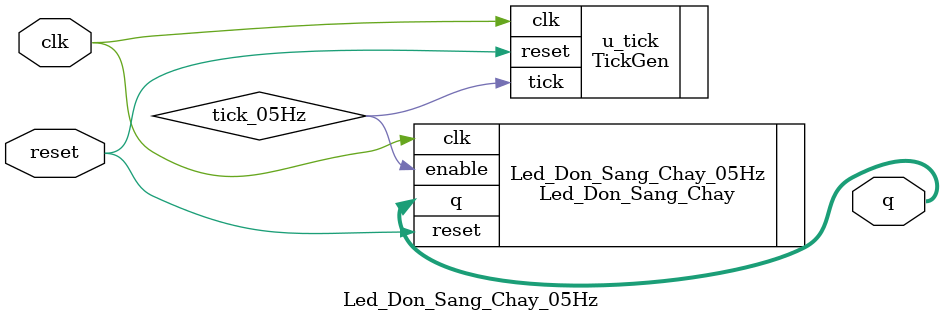
<source format=v>
`timescale 1ns / 1ps
module Led_Don_Sang_Chay_05Hz(
    input wire clk,
    input wire reset,
    output wire [7:0] q
);

	wire tick_05Hz;
	
	TickGen #(25_000_000) u_tick (.clk(clk), .reset(reset), .tick(tick_05Hz));
	
	Led_Don_Sang_Chay Led_Don_Sang_Chay_05Hz(.clk(clk),.reset(reset), .enable(tick_05Hz), .q(q));

endmodule

</source>
